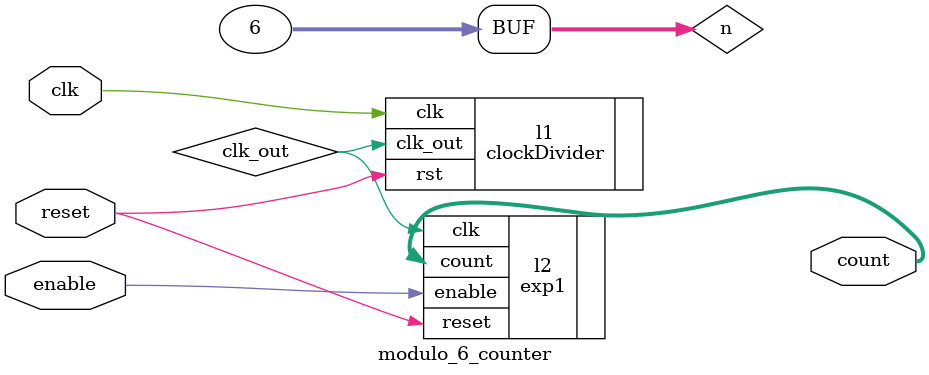
<source format=v>
module modulo_6_counter(input clk,input reset,input enable,output [3:0] count);
integer n=6;
wire clk_out;   

clockDivider #(3000000000) l1(.clk(clk),.rst (reset),.clk_out (clk_out));
exp1#(3,6) l2(.clk(clk_out),.reset(reset),.enable(enable),.count(count));

endmodule
</source>
